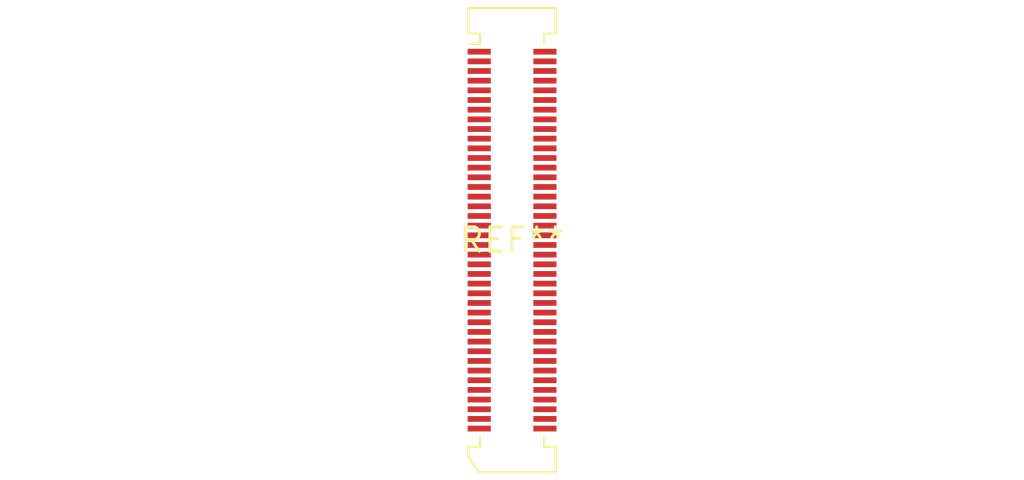
<source format=kicad_pcb>
(kicad_pcb (version 20240108) (generator pcbnew)
  (layers (0 "F.Cu" signal) (31 "B.Cu" signal) (34 "B.Paste" user) (35 "F.Paste" user) (36 "B.SilkS" user "B.Silkscreen") (37 "F.SilkS" user "F.Silkscreen") (38 "B.Mask" user) (39 "F.Mask" user) (44 "Edge.Cuts" user))
  (net 0 "")
  (footprint "Molex_SlimStack_53748-0808_2x40_P0.50mm_Vertical" (layer "F.Cu") (at 0 0)
    (property "Reference" "REF**")
    (property "Value" "Molex_SlimStack_53748-0808_2x40_P0.50mm_Vertical")
    (fp_line (start -2.26 -12.01) (end -2.26 -10.69) (layer "F.SilkS") (stroke (width 0.12)))
    (fp_line (start -2.26 -10.69) (end -2.26 -10.69) (layer "F.SilkS") (stroke (width 0.12)))
    (fp_line (start -2.26 -10.69) (end -1.66 -10.69) (layer "F.SilkS") (stroke (width 0.12)))
    (fp_line (start -2.26 10.69) (end -1.66 10.69) (layer "F.SilkS") (stroke (width 0.12)))
    (fp_line (start -2.26 11.234683) (end -2.26 10.69) (layer "F.SilkS") (stroke (width 0.12)))
    (fp_line (start -1.717262 12.01) (end -2.26 11.234683) (layer "F.SilkS") (stroke (width 0.12)))
    (fp_line (start -1.66 -10.69) (end -1.66 -10.16) (layer "F.SilkS") (stroke (width 0.12)))
    (fp_line (start -1.66 -10.16) (end -2.25 -10.16) (layer "F.SilkS") (stroke (width 0.12)))
    (fp_line (start -1.66 10.69) (end -1.66 10.16) (layer "F.SilkS") (stroke (width 0.12)))
    (fp_line (start 1.66 -10.69) (end 2.26 -10.69) (layer "F.SilkS") (stroke (width 0.12)))
    (fp_line (start 1.66 -10.16) (end 1.66 -10.69) (layer "F.SilkS") (stroke (width 0.12)))
    (fp_line (start 1.66 10.16) (end 1.66 10.69) (layer "F.SilkS") (stroke (width 0.12)))
    (fp_line (start 1.66 10.69) (end 2.26 10.69) (layer "F.SilkS") (stroke (width 0.12)))
    (fp_line (start 2.26 -12.01) (end -2.26 -12.01) (layer "F.SilkS") (stroke (width 0.12)))
    (fp_line (start 2.26 -10.69) (end 2.26 -12.01) (layer "F.SilkS") (stroke (width 0.12)))
    (fp_line (start 2.26 10.69) (end 2.26 12.01) (layer "F.SilkS") (stroke (width 0.12)))
    (fp_line (start 2.26 12.01) (end -1.717262 12.01) (layer "F.SilkS") (stroke (width 0.12)))
    (pad "1" smd rect (at -1.7 -9.75) (size 1.2 0.3) (layers "F.Cu" "F.Paste" "F.Mask"))
    (pad "2" smd rect (at 1.7 -9.75) (size 1.2 0.3) (layers "F.Cu" "F.Paste" "F.Mask"))
    (pad "3" smd rect (at -1.7 -9.25) (size 1.2 0.3) (layers "F.Cu" "F.Paste" "F.Mask"))
    (pad "4" smd rect (at 1.7 -9.25) (size 1.2 0.3) (layers "F.Cu" "F.Paste" "F.Mask"))
    (pad "5" smd rect (at -1.7 -8.75) (size 1.2 0.3) (layers "F.Cu" "F.Paste" "F.Mask"))
    (pad "6" smd rect (at 1.7 -8.75) (size 1.2 0.3) (layers "F.Cu" "F.Paste" "F.Mask"))
    (pad "7" smd rect (at -1.7 -8.25) (size 1.2 0.3) (layers "F.Cu" "F.Paste" "F.Mask"))
    (pad "8" smd rect (at 1.7 -8.25) (size 1.2 0.3) (layers "F.Cu" "F.Paste" "F.Mask"))
    (pad "9" smd rect (at -1.7 -7.75) (size 1.2 0.3) (layers "F.Cu" "F.Paste" "F.Mask"))
    (pad "10" smd rect (at 1.7 -7.75) (size 1.2 0.3) (layers "F.Cu" "F.Paste" "F.Mask"))
    (pad "11" smd rect (at -1.7 -7.25) (size 1.2 0.3) (layers "F.Cu" "F.Paste" "F.Mask"))
    (pad "12" smd rect (at 1.7 -7.25) (size 1.2 0.3) (layers "F.Cu" "F.Paste" "F.Mask"))
    (pad "13" smd rect (at -1.7 -6.75) (size 1.2 0.3) (layers "F.Cu" "F.Paste" "F.Mask"))
    (pad "14" smd rect (at 1.7 -6.75) (size 1.2 0.3) (layers "F.Cu" "F.Paste" "F.Mask"))
    (pad "15" smd rect (at -1.7 -6.25) (size 1.2 0.3) (layers "F.Cu" "F.Paste" "F.Mask"))
    (pad "16" smd rect (at 1.7 -6.25) (size 1.2 0.3) (layers "F.Cu" "F.Paste" "F.Mask"))
    (pad "17" smd rect (at -1.7 -5.75) (size 1.2 0.3) (layers "F.Cu" "F.Paste" "F.Mask"))
    (pad "18" smd rect (at 1.7 -5.75) (size 1.2 0.3) (layers "F.Cu" "F.Paste" "F.Mask"))
    (pad "19" smd rect (at -1.7 -5.25) (size 1.2 0.3) (layers "F.Cu" "F.Paste" "F.Mask"))
    (pad "20" smd rect (at 1.7 -5.25) (size 1.2 0.3) (layers "F.Cu" "F.Paste" "F.Mask"))
    (pad "21" smd rect (at -1.7 -4.75) (size 1.2 0.3) (layers "F.Cu" "F.Paste" "F.Mask"))
    (pad "22" smd rect (at 1.7 -4.75) (size 1.2 0.3) (layers "F.Cu" "F.Paste" "F.Mask"))
    (pad "23" smd rect (at -1.7 -4.25) (size 1.2 0.3) (layers "F.Cu" "F.Paste" "F.Mask"))
    (pad "24" smd rect (at 1.7 -4.25) (size 1.2 0.3) (layers "F.Cu" "F.Paste" "F.Mask"))
    (pad "25" smd rect (at -1.7 -3.75) (size 1.2 0.3) (layers "F.Cu" "F.Paste" "F.Mask"))
    (pad "26" smd rect (at 1.7 -3.75) (size 1.2 0.3) (layers "F.Cu" "F.Paste" "F.Mask"))
    (pad "27" smd rect (at -1.7 -3.25) (size 1.2 0.3) (layers "F.Cu" "F.Paste" "F.Mask"))
    (pad "28" smd rect (at 1.7 -3.25) (size 1.2 0.3) (layers "F.Cu" "F.Paste" "F.Mask"))
    (pad "29" smd rect (at -1.7 -2.75) (size 1.2 0.3) (layers "F.Cu" "F.Paste" "F.Mask"))
    (pad "30" smd rect (at 1.7 -2.75) (size 1.2 0.3) (layers "F.Cu" "F.Paste" "F.Mask"))
    (pad "31" smd rect (at -1.7 -2.25) (size 1.2 0.3) (layers "F.Cu" "F.Paste" "F.Mask"))
    (pad "32" smd rect (at 1.7 -2.25) (size 1.2 0.3) (layers "F.Cu" "F.Paste" "F.Mask"))
    (pad "33" smd rect (at -1.7 -1.75) (size 1.2 0.3) (layers "F.Cu" "F.Paste" "F.Mask"))
    (pad "34" smd rect (at 1.7 -1.75) (size 1.2 0.3) (layers "F.Cu" "F.Paste" "F.Mask"))
    (pad "35" smd rect (at -1.7 -1.25) (size 1.2 0.3) (layers "F.Cu" "F.Paste" "F.Mask"))
    (pad "36" smd rect (at 1.7 -1.25) (size 1.2 0.3) (layers "F.Cu" "F.Paste" "F.Mask"))
    (pad "37" smd rect (at -1.7 -0.75) (size 1.2 0.3) (layers "F.Cu" "F.Paste" "F.Mask"))
    (pad "38" smd rect (at 1.7 -0.75) (size 1.2 0.3) (layers "F.Cu" "F.Paste" "F.Mask"))
    (pad "39" smd rect (at -1.7 -0.25) (size 1.2 0.3) (layers "F.Cu" "F.Paste" "F.Mask"))
    (pad "40" smd rect (at 1.7 -0.25) (size 1.2 0.3) (layers "F.Cu" "F.Paste" "F.Mask"))
    (pad "41" smd rect (at -1.7 0.25) (size 1.2 0.3) (layers "F.Cu" "F.Paste" "F.Mask"))
    (pad "42" smd rect (at 1.7 0.25) (size 1.2 0.3) (layers "F.Cu" "F.Paste" "F.Mask"))
    (pad "43" smd rect (at -1.7 0.75) (size 1.2 0.3) (layers "F.Cu" "F.Paste" "F.Mask"))
    (pad "44" smd rect (at 1.7 0.75) (size 1.2 0.3) (layers "F.Cu" "F.Paste" "F.Mask"))
    (pad "45" smd rect (at -1.7 1.25) (size 1.2 0.3) (layers "F.Cu" "F.Paste" "F.Mask"))
    (pad "46" smd rect (at 1.7 1.25) (size 1.2 0.3) (layers "F.Cu" "F.Paste" "F.Mask"))
    (pad "47" smd rect (at -1.7 1.75) (size 1.2 0.3) (layers "F.Cu" "F.Paste" "F.Mask"))
    (pad "48" smd rect (at 1.7 1.75) (size 1.2 0.3) (layers "F.Cu" "F.Paste" "F.Mask"))
    (pad "49" smd rect (at -1.7 2.25) (size 1.2 0.3) (layers "F.Cu" "F.Paste" "F.Mask"))
    (pad "50" smd rect (at 1.7 2.25) (size 1.2 0.3) (layers "F.Cu" "F.Paste" "F.Mask"))
    (pad "51" smd rect (at -1.7 2.75) (size 1.2 0.3) (layers "F.Cu" "F.Paste" "F.Mask"))
    (pad "52" smd rect (at 1.7 2.75) (size 1.2 0.3) (layers "F.Cu" "F.Paste" "F.Mask"))
    (pad "53" smd rect (at -1.7 3.25) (size 1.2 0.3) (layers "F.Cu" "F.Paste" "F.Mask"))
    (pad "54" smd rect (at 1.7 3.25) (size 1.2 0.3) (layers "F.Cu" "F.Paste" "F.Mask"))
    (pad "55" smd rect (at -1.7 3.75) (size 1.2 0.3) (layers "F.Cu" "F.Paste" "F.Mask"))
    (pad "56" smd rect (at 1.7 3.75) (size 1.2 0.3) (layers "F.Cu" "F.Paste" "F.Mask"))
    (pad "57" smd rect (at -1.7 4.25) (size 1.2 0.3) (layers "F.Cu" "F.Paste" "F.Mask"))
    (pad "58" smd rect (at 1.7 4.25) (size 1.2 0.3) (layers "F.Cu" "F.Paste" "F.Mask"))
    (pad "59" smd rect (at -1.7 4.75) (size 1.2 0.3) (layers "F.Cu" "F.Paste" "F.Mask"))
    (pad "60" smd rect (at 1.7 4.75) (size 1.2 0.3) (layers "F.Cu" "F.Paste" "F.Mask"))
    (pad "61" smd rect (at -1.7 5.25) (size 1.2 0.3) (layers "F.Cu" "F.Paste" "F.Mask"))
    (pad "62" smd rect (at 1.7 5.25) (size 1.2 0.3) (layers "F.Cu" "F.Paste" "F.Mask"))
    (pad "63" smd rect (at -1.7 5.75) (size 1.2 0.3) (layers "F.Cu" "F.Paste" "F.Mask"))
    (pad "64" smd rect (at 1.7 5.75) (size 1.2 0.3) (layers "F.Cu" "F.Paste" "F.Mask"))
    (pad "65" smd rect (at -1.7 6.25) (size 1.2 0.3) (layers "F.Cu" "F.Paste" "F.Mask"))
    (pad "66" smd rect (at 1.7 6.25) (size 1.2 0.3) (layers "F.Cu" "F.Paste" "F.Mask"))
    (pad "67" smd rect (at -1.7 6.75) (size 1.2 0.3) (layers "F.Cu" "F.Paste" "F.Mask"))
    (pad "68" smd rect (at 1.7 6.75) (size 1.2 0.3) (layers "F.Cu" "F.Paste" "F.Mask"))
    (pad "69" smd rect (at -1.7 7.25) (size 1.2 0.3) (layers "F.Cu" "F.Paste" "F.Mask"))
    (pad "70" smd rect (at 1.7 7.25) (size 1.2 0.3) (layers "F.Cu" "F.Paste" "F.Mask"))
    (pad "71" smd rect (at -1.7 7.75) (size 1.2 0.3) (layers "F.Cu" "F.Paste" "F.Mask"))
    (pad "72" smd rect (at 1.7 7.75) (size 1.2 0.3) (layers "F.Cu" "F.Paste" "F.Mask"))
    (pad "73" smd rect (at -1.7 8.25) (size 1.2 0.3) (layers "F.Cu" "F.Paste" "F.Mask"))
    (pad "74" smd rect (at 1.7 8.25) (size 1.2 0.3) (layers "F.Cu" "F.Paste" "F.Mask"))
    (pad "75" smd rect (at -1.7 8.75) (size 1.2 0.3) (layers "F.Cu" "F.Paste" "F.Mask"))
    (pad "76" smd rect (at 1.7 8.75) (size 1.2 0.3) (layers "F.Cu" "F.Paste" "F.Mask"))
    (pad "77" smd rect (at -1.7 9.25) (size 1.2 0.3) (layers "F.Cu" "F.Paste" "F.Mask"))
    (pad "78" smd rect (at 1.7 9.25) (size 1.2 0.3) (layers "F.Cu" "F.Paste" "F.Mask"))
    (pad "79" smd rect (at -1.7 9.75) (size 1.2 0.3) (layers "F.Cu" "F.Paste" "F.Mask"))
    (pad "80" smd rect (at 1.7 9.75) (size 1.2 0.3) (layers "F.Cu" "F.Paste" "F.Mask"))
  )
)
</source>
